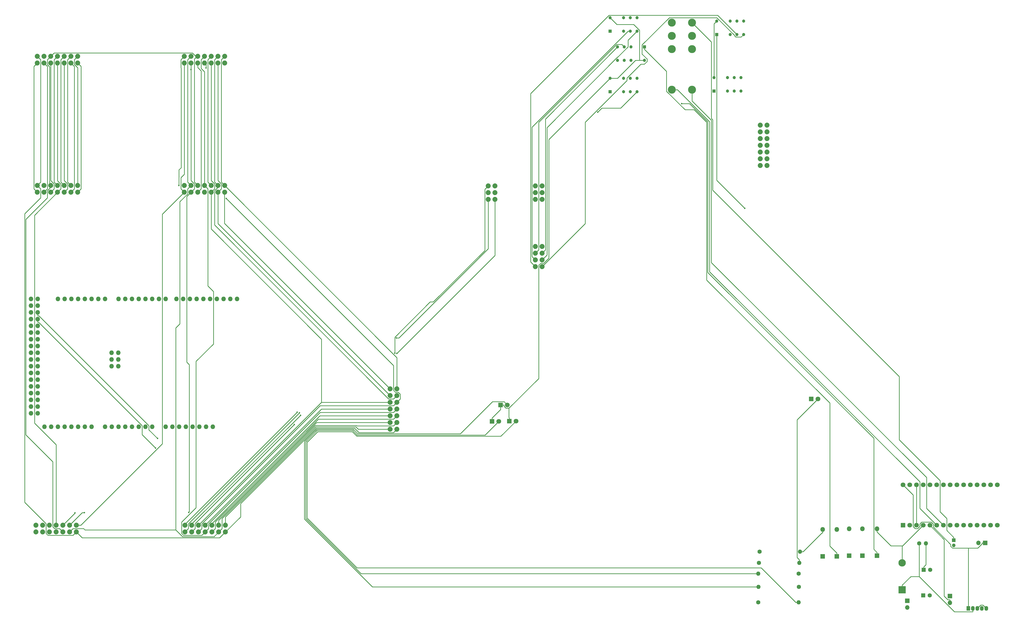
<source format=gbr>
G04 #@! TF.FileFunction,Copper,L2,Bot,Signal*
%FSLAX46Y46*%
G04 Gerber Fmt 4.6, Leading zero omitted, Abs format (unit mm)*
G04 Created by KiCad (PCBNEW 4.0.6) date 02/21/20 12:53:56*
%MOMM*%
%LPD*%
G01*
G04 APERTURE LIST*
%ADD10C,0.100000*%
%ADD11C,1.879600*%
%ADD12R,1.600000X1.600000*%
%ADD13C,1.600000*%
%ADD14R,1.800000X1.800000*%
%ADD15C,1.800000*%
%ADD16O,1.800000X1.800000*%
%ADD17R,2.800000X2.800000*%
%ADD18O,2.800000X2.800000*%
%ADD19R,1.200000X1.200000*%
%ADD20C,1.200000*%
%ADD21O,1.727200X1.727200*%
%ADD22R,1.700000X1.700000*%
%ADD23O,1.700000X1.700000*%
%ADD24R,1.350000X1.350000*%
%ADD25O,1.350000X1.350000*%
%ADD26C,3.000000*%
%ADD27R,1.350000X1.800000*%
%ADD28O,1.350000X1.800000*%
%ADD29O,1.600000X1.600000*%
%ADD30C,0.600000*%
%ADD31C,0.250000*%
G04 APERTURE END LIST*
D10*
D11*
X133400000Y-102400000D03*
X133400000Y-104940000D03*
X135940000Y-102400000D03*
X135940000Y-104940000D03*
X138480000Y-102400000D03*
X138480000Y-104940000D03*
X141020000Y-102400000D03*
X141020000Y-104940000D03*
X143560000Y-102400000D03*
X143560000Y-104940000D03*
X146100000Y-102400000D03*
X146100000Y-104940000D03*
X148640000Y-102400000D03*
X148640000Y-104940000D03*
X188800000Y-102400000D03*
X188800000Y-104940000D03*
X191340000Y-102400000D03*
X191340000Y-104940000D03*
X193880000Y-102400000D03*
X193880000Y-104940000D03*
X196420000Y-102400000D03*
X196420000Y-104940000D03*
X198960000Y-102400000D03*
X198960000Y-104940000D03*
X201500000Y-102400000D03*
X201500000Y-104940000D03*
X204040000Y-102400000D03*
X204040000Y-104940000D03*
X188800000Y-151200000D03*
X188800000Y-153740000D03*
X191340000Y-151200000D03*
X191340000Y-153740000D03*
X193880000Y-151200000D03*
X193880000Y-153740000D03*
X196420000Y-151200000D03*
X196420000Y-153740000D03*
X198960000Y-151200000D03*
X198960000Y-153740000D03*
X201500000Y-151200000D03*
X201500000Y-153740000D03*
X204040000Y-151200000D03*
X204040000Y-153740000D03*
X133400000Y-151200000D03*
X133400000Y-153740000D03*
X135940000Y-151200000D03*
X135940000Y-153740000D03*
X138480000Y-151200000D03*
X138480000Y-153740000D03*
X141020000Y-151200000D03*
X141020000Y-153740000D03*
X143560000Y-151200000D03*
X143560000Y-153740000D03*
X146100000Y-151200000D03*
X146100000Y-153740000D03*
X148640000Y-151200000D03*
X148640000Y-153740000D03*
X148100000Y-282000000D03*
X148100000Y-279460000D03*
X145560000Y-282000000D03*
X145560000Y-279460000D03*
X143020000Y-282000000D03*
X143020000Y-279460000D03*
X140480000Y-282000000D03*
X140480000Y-279460000D03*
X137940000Y-282000000D03*
X137940000Y-279460000D03*
X135400000Y-282000000D03*
X135400000Y-279460000D03*
X132860000Y-282000000D03*
X132860000Y-279460000D03*
X204343000Y-282000000D03*
X204343000Y-279460000D03*
X201803000Y-282000000D03*
X201803000Y-279460000D03*
X199263000Y-282000000D03*
X199263000Y-279460000D03*
X196723000Y-282000000D03*
X196723000Y-279460000D03*
X194183000Y-282000000D03*
X194183000Y-279460000D03*
X191643000Y-282000000D03*
X191643000Y-279460000D03*
X189103000Y-282000000D03*
X189103000Y-279460000D03*
X269000000Y-243200000D03*
X266460000Y-243200000D03*
X269000000Y-240660000D03*
X266460000Y-240660000D03*
X269000000Y-238120000D03*
X266460000Y-238120000D03*
X269000000Y-235580000D03*
X266460000Y-235580000D03*
X269000000Y-233040000D03*
X266460000Y-233040000D03*
X269000000Y-230500000D03*
X266460000Y-230500000D03*
X269000000Y-227960000D03*
X266460000Y-227960000D03*
X408600000Y-143600000D03*
X406060000Y-143600000D03*
X408600000Y-141060000D03*
X406060000Y-141060000D03*
X408600000Y-138520000D03*
X406060000Y-138520000D03*
X408600000Y-135980000D03*
X406060000Y-135980000D03*
X408600000Y-133440000D03*
X406060000Y-133440000D03*
X408600000Y-130900000D03*
X406060000Y-130900000D03*
X408600000Y-128360000D03*
X406060000Y-128360000D03*
X323800000Y-156400000D03*
X321260000Y-156400000D03*
X323800000Y-153860000D03*
X321260000Y-153860000D03*
X323800000Y-151320000D03*
X321260000Y-151320000D03*
X306000000Y-156400000D03*
X303460000Y-156400000D03*
X306000000Y-153860000D03*
X303460000Y-153860000D03*
X306000000Y-151320000D03*
X303460000Y-151320000D03*
X323800000Y-181800000D03*
X321260000Y-181800000D03*
X323800000Y-179260000D03*
X321260000Y-179260000D03*
X323800000Y-176720000D03*
X321260000Y-176720000D03*
X323800000Y-174180000D03*
X321260000Y-174180000D03*
D12*
X467538000Y-305918000D03*
D13*
X470038000Y-305918000D03*
D12*
X467716000Y-296316000D03*
D13*
X470216000Y-296316000D03*
D14*
X311404000Y-240132000D03*
D15*
X313944000Y-240132000D03*
D14*
X429616000Y-291236000D03*
D16*
X429616000Y-281076000D03*
D14*
X434975000Y-291186000D03*
D16*
X434975000Y-281026000D03*
D14*
X450113000Y-290957000D03*
D16*
X450113000Y-280797000D03*
D14*
X444627000Y-290957000D03*
D16*
X444627000Y-280797000D03*
D14*
X425298000Y-231800000D03*
D15*
X427838000Y-231800000D03*
D17*
X459613000Y-303809000D03*
D18*
X459613000Y-293649000D03*
D14*
X439598000Y-290957000D03*
D16*
X439598000Y-280797000D03*
D14*
X308153000Y-234061000D03*
D15*
X310693000Y-234061000D03*
D14*
X304902000Y-240208000D03*
D15*
X307442000Y-240208000D03*
D19*
X388622000Y-115519000D03*
D20*
X388622000Y-110439000D03*
X393702000Y-115519000D03*
X398782000Y-110439000D03*
X396242000Y-115519000D03*
X398782000Y-115519000D03*
X393702000Y-110439000D03*
X396242000Y-110439000D03*
D19*
X349455000Y-115748000D03*
D20*
X349455000Y-110668000D03*
X354535000Y-115748000D03*
X359615000Y-110668000D03*
X357075000Y-115748000D03*
X359615000Y-115748000D03*
X354535000Y-110668000D03*
X357075000Y-110668000D03*
D19*
X362431000Y-98882000D03*
D20*
X362431000Y-103962000D03*
X357351000Y-98882000D03*
X352271000Y-103962000D03*
X354811000Y-98882000D03*
X352271000Y-98882000D03*
X357351000Y-103962000D03*
X354811000Y-103962000D03*
D19*
X349404000Y-92964000D03*
D20*
X349404000Y-87884000D03*
X354484000Y-92964000D03*
X359564000Y-87884000D03*
X357024000Y-92964000D03*
X359564000Y-92964000D03*
X354484000Y-87884000D03*
X357024000Y-87884000D03*
D19*
X389638000Y-94183200D03*
D20*
X389638000Y-89103200D03*
X394718000Y-94183200D03*
X399798000Y-89103200D03*
X397258000Y-94183200D03*
X399798000Y-94183200D03*
X394718000Y-89103200D03*
X397258000Y-89103200D03*
D21*
X163932000Y-219456000D03*
X161392000Y-219456000D03*
X161392000Y-216916000D03*
X163932000Y-216916000D03*
X161392000Y-214376000D03*
X176759000Y-242316000D03*
X181839000Y-242316000D03*
X184379000Y-242316000D03*
X186919000Y-242316000D03*
X189459000Y-242316000D03*
X191999000Y-242316000D03*
X194539000Y-242316000D03*
X197079000Y-242316000D03*
X141199000Y-194056000D03*
X143739000Y-194056000D03*
X146279000Y-194056000D03*
X148819000Y-194056000D03*
X151359000Y-194056000D03*
X153899000Y-194056000D03*
X156439000Y-194056000D03*
X158979000Y-194056000D03*
X164059000Y-194056000D03*
X166599000Y-194056000D03*
X169139000Y-194056000D03*
X171679000Y-194056000D03*
X174219000Y-194056000D03*
X176759000Y-194056000D03*
X179299000Y-194056000D03*
X181839000Y-194056000D03*
X201143000Y-194056000D03*
X185903000Y-194056000D03*
X188443000Y-194056000D03*
X190983000Y-194056000D03*
X208763000Y-194056000D03*
X206223000Y-194056000D03*
X203683000Y-194056000D03*
X198603000Y-194056000D03*
X196063000Y-194056000D03*
X193523000Y-194056000D03*
X199619000Y-242316000D03*
X174219000Y-242316000D03*
X171679000Y-242316000D03*
X169139000Y-242316000D03*
X166599000Y-242316000D03*
X164059000Y-242316000D03*
X161519000Y-242316000D03*
X158979000Y-242316000D03*
X153899000Y-242316000D03*
X151359000Y-242316000D03*
X148819000Y-242316000D03*
X146279000Y-242316000D03*
X143739000Y-242316000D03*
X141199000Y-242316000D03*
X138659000Y-242316000D03*
X136119000Y-242316000D03*
X133579000Y-194056000D03*
X131039000Y-194056000D03*
X133579000Y-196596000D03*
X131039000Y-196596000D03*
X133579000Y-199136000D03*
X131039000Y-199136000D03*
X133579000Y-201676000D03*
X131039000Y-201676000D03*
X133579000Y-204216000D03*
X131039000Y-204216000D03*
X133579000Y-206756000D03*
X131039000Y-206756000D03*
X133579000Y-209296000D03*
X131039000Y-209296000D03*
X133579000Y-211836000D03*
X131039000Y-211836000D03*
X133579000Y-214376000D03*
X131039000Y-214376000D03*
X133579000Y-216916000D03*
X131039000Y-216916000D03*
X133579000Y-219456000D03*
X131039000Y-219456000D03*
X133579000Y-221996000D03*
X131039000Y-221996000D03*
X133579000Y-224536000D03*
X131039000Y-224536000D03*
X133579000Y-227076000D03*
X131039000Y-227076000D03*
X133579000Y-229616000D03*
X131039000Y-229616000D03*
X133579000Y-232156000D03*
X131039000Y-232156000D03*
X133579000Y-234696000D03*
X131039000Y-234696000D03*
X133579000Y-237236000D03*
X131039000Y-237236000D03*
X163932000Y-214376000D03*
D22*
X477596000Y-306172000D03*
D23*
X477596000Y-308712000D03*
D14*
X459892000Y-279476000D03*
D15*
X462432000Y-279476000D03*
X464972000Y-279476000D03*
X467512000Y-279476000D03*
X470052000Y-279476000D03*
X472592000Y-279476000D03*
X475132000Y-279476000D03*
X477672000Y-279476000D03*
X480212000Y-279476000D03*
X482752000Y-279476000D03*
X485292000Y-279476000D03*
X487832000Y-279476000D03*
X490372000Y-279476000D03*
X492912000Y-279476000D03*
X495452000Y-279476000D03*
X495452000Y-264236000D03*
X492912000Y-264236000D03*
X490372000Y-264236000D03*
X487832000Y-264236000D03*
X485292000Y-264236000D03*
X482752000Y-264236000D03*
X480212000Y-264236000D03*
X477672000Y-264236000D03*
X475132000Y-264236000D03*
X472592000Y-264236000D03*
X470052000Y-264236000D03*
X467512000Y-264236000D03*
X464972000Y-264236000D03*
X462432000Y-264236000D03*
X459892000Y-264236000D03*
D24*
X479069000Y-285090000D03*
D25*
X479069000Y-287090000D03*
D26*
X372720000Y-115011000D03*
X380340000Y-115011000D03*
X372720000Y-94691000D03*
X380340000Y-89691000D03*
X380340000Y-99691000D03*
X372720000Y-99691000D03*
X380340000Y-94691000D03*
X372720000Y-89691000D03*
D27*
X484556000Y-310896000D03*
D28*
X486256000Y-310896000D03*
X487956000Y-310896000D03*
X489656000Y-310896000D03*
X491356000Y-310896000D03*
D22*
X490880000Y-286131000D03*
D23*
X488340000Y-286131000D03*
D13*
X465988000Y-286334000D03*
D29*
X468528000Y-286334000D03*
D22*
X461518000Y-307950000D03*
D23*
X461518000Y-310490000D03*
D13*
X405308000Y-308559000D03*
D29*
X420548000Y-308559000D03*
D13*
X405587000Y-293649000D03*
D29*
X420827000Y-293649000D03*
D13*
X405867000Y-289458000D03*
D29*
X421107000Y-289458000D03*
D13*
X420675000Y-302692000D03*
D29*
X405435000Y-302692000D03*
D13*
X420548000Y-297739000D03*
D29*
X405308000Y-297739000D03*
D30*
X376444300Y-120268200D03*
X400280000Y-159846200D03*
X186809300Y-151188900D03*
X191340000Y-107365800D03*
X190547400Y-274658600D03*
X151193400Y-274678100D03*
X147575800Y-274760000D03*
X197055000Y-106845000D03*
X204636600Y-156068600D03*
X230353500Y-241414000D03*
X232660900Y-237919000D03*
X232279000Y-237034800D03*
X231451300Y-236779300D03*
X269045300Y-214555100D03*
X268857100Y-208783100D03*
X268226000Y-214476200D03*
X344748300Y-123488400D03*
X178742500Y-246678200D03*
X178028200Y-250345000D03*
D31*
X490880000Y-286131000D02*
X489704700Y-286131000D01*
X463702000Y-268046000D02*
X459892000Y-264236000D01*
X463702000Y-279953800D02*
X463702000Y-268046000D01*
X464467200Y-280719000D02*
X463702000Y-279953800D01*
X465462000Y-280719000D02*
X464467200Y-280719000D01*
X466286600Y-279894400D02*
X465462000Y-280719000D01*
X466286600Y-278949300D02*
X466286600Y-279894400D01*
X466988000Y-278247900D02*
X466286600Y-278949300D01*
X470568300Y-278247900D02*
X466988000Y-278247900D01*
X471322000Y-279001600D02*
X470568300Y-278247900D01*
X471322000Y-280109100D02*
X471322000Y-279001600D01*
X477906000Y-286693100D02*
X471322000Y-280109100D01*
X477906000Y-287391900D02*
X477906000Y-286693100D01*
X478604600Y-288090500D02*
X477906000Y-287391900D01*
X484556000Y-288090500D02*
X478604600Y-288090500D01*
X484556000Y-310896000D02*
X484556000Y-288090500D01*
X489704700Y-286498300D02*
X489704700Y-286131000D01*
X488112500Y-288090500D02*
X489704700Y-286498300D01*
X484556000Y-288090500D02*
X488112500Y-288090500D01*
X351944000Y-90424000D02*
X349404000Y-87884000D01*
X358359000Y-90424000D02*
X351944000Y-90424000D01*
X360497300Y-92562300D02*
X358359000Y-90424000D01*
X360497300Y-103962000D02*
X360497300Y-92562300D01*
X362431000Y-103962000D02*
X360497300Y-103962000D01*
X490071700Y-309611700D02*
X491356000Y-310896000D01*
X489240300Y-309611700D02*
X490071700Y-309611700D01*
X487956000Y-310896000D02*
X489240300Y-309611700D01*
X311404000Y-240132000D02*
X311404000Y-238906700D01*
X308153000Y-234061000D02*
X309378300Y-234061000D01*
X309378300Y-234520600D02*
X309378300Y-234061000D01*
X310144000Y-235286300D02*
X309378300Y-234520600D01*
X311297100Y-235286300D02*
X310144000Y-235286300D01*
X311297100Y-238799800D02*
X311404000Y-238906700D01*
X311297100Y-235286300D02*
X311297100Y-238799800D01*
X308153000Y-235731700D02*
X308153000Y-234061000D01*
X304902000Y-238982700D02*
X308153000Y-235731700D01*
X304902000Y-240208000D02*
X304902000Y-238982700D01*
X352275600Y-110668000D02*
X349455000Y-110668000D01*
X358981600Y-103962000D02*
X352275600Y-110668000D01*
X360497300Y-103962000D02*
X358981600Y-103962000D01*
X322530100Y-224053300D02*
X311297100Y-235286300D01*
X322530100Y-181238800D02*
X322530100Y-224053300D01*
X323243800Y-180525100D02*
X322530100Y-181238800D01*
X324364900Y-180525100D02*
X323243800Y-180525100D01*
X326293600Y-178596400D02*
X324364900Y-180525100D01*
X326293600Y-133829400D02*
X326293600Y-178596400D01*
X349455000Y-110668000D02*
X326293600Y-133829400D01*
X429389000Y-282301300D02*
X429616000Y-282301300D01*
X422232300Y-289458000D02*
X429389000Y-282301300D01*
X421107000Y-289458000D02*
X422232300Y-289458000D01*
X429616000Y-281076000D02*
X429616000Y-282301300D01*
X450113000Y-280797000D02*
X450113000Y-282022300D01*
X459613000Y-287250800D02*
X459613000Y-293649000D01*
X455341500Y-287250800D02*
X459613000Y-287250800D01*
X450113000Y-282022300D02*
X455341500Y-287250800D01*
X459737200Y-287250800D02*
X467512000Y-279476000D01*
X459613000Y-287250800D02*
X459737200Y-287250800D01*
X388622000Y-90119200D02*
X389638000Y-89103200D01*
X388622000Y-110439000D02*
X388622000Y-90119200D01*
X467716000Y-296316000D02*
X467716000Y-295190700D01*
X468528000Y-294378700D02*
X468528000Y-286334000D01*
X467716000Y-295190700D02*
X468528000Y-294378700D01*
X420548000Y-308559000D02*
X419422700Y-308559000D01*
X308235400Y-245840600D02*
X313944000Y-240132000D01*
X253962700Y-245840600D02*
X308235400Y-245840600D01*
X252236000Y-244113900D02*
X253962700Y-245840600D01*
X239084500Y-244113900D02*
X252236000Y-244113900D01*
X235111900Y-248086500D02*
X239084500Y-244113900D01*
X235111900Y-276712100D02*
X235111900Y-248086500D01*
X253954300Y-295554500D02*
X235111900Y-276712100D01*
X406418200Y-295554500D02*
X253954300Y-295554500D01*
X419422700Y-308559000D02*
X406418200Y-295554500D01*
X432320500Y-287306200D02*
X434975000Y-289960700D01*
X432320500Y-233343300D02*
X432320500Y-287306200D01*
X385853400Y-186876200D02*
X432320500Y-233343300D01*
X385853400Y-127339200D02*
X385853400Y-186876200D01*
X381087200Y-122573000D02*
X385853400Y-127339200D01*
X377681900Y-122573000D02*
X381087200Y-122573000D01*
X370707400Y-115598500D02*
X377681900Y-122573000D01*
X370707400Y-108083700D02*
X370707400Y-115598500D01*
X362431000Y-99807300D02*
X370707400Y-108083700D01*
X362431000Y-98882000D02*
X362431000Y-99807300D01*
X434975000Y-291186000D02*
X434975000Y-289960700D01*
X450113000Y-290957000D02*
X450113000Y-289731700D01*
X379426300Y-120268200D02*
X376444300Y-120268200D01*
X386303700Y-127145600D02*
X379426300Y-120268200D01*
X386303700Y-184018200D02*
X386303700Y-127145600D01*
X448887700Y-246602200D02*
X386303700Y-184018200D01*
X448887700Y-288506400D02*
X448887700Y-246602200D01*
X450113000Y-289731700D02*
X448887700Y-288506400D01*
X419979600Y-239658400D02*
X427838000Y-231800000D01*
X419979600Y-291676300D02*
X419979600Y-239658400D01*
X420827000Y-292523700D02*
X419979600Y-291676300D01*
X420827000Y-293649000D02*
X420827000Y-292523700D01*
X459613000Y-303809000D02*
X459613000Y-302083700D01*
X462889100Y-298807600D02*
X459613000Y-302083700D01*
X465988000Y-298807600D02*
X462889100Y-298807600D01*
X479301700Y-312121300D02*
X465988000Y-298807600D01*
X486256000Y-312121300D02*
X479301700Y-312121300D01*
X465988000Y-298807600D02*
X465988000Y-286334000D01*
X486256000Y-310896000D02*
X486256000Y-312121300D01*
X389638000Y-149204200D02*
X400280000Y-159846200D01*
X389638000Y-94183200D02*
X389638000Y-149204200D01*
X309462300Y-232830300D02*
X310693000Y-234061000D01*
X305058200Y-232830300D02*
X309462300Y-232830300D01*
X292950800Y-244937700D02*
X305058200Y-232830300D01*
X254333600Y-244937700D02*
X292950800Y-244937700D01*
X252609100Y-243213200D02*
X254333600Y-244937700D01*
X238711400Y-243213200D02*
X252609100Y-243213200D01*
X234160200Y-247764400D02*
X238711400Y-243213200D01*
X234160200Y-277086900D02*
X234160200Y-247764400D01*
X259765300Y-302692000D02*
X234160200Y-277086900D01*
X405435000Y-302692000D02*
X259765300Y-302692000D01*
X405308000Y-297739000D02*
X404182700Y-297739000D01*
X302262000Y-245388000D02*
X307442000Y-240208000D01*
X254147000Y-245388000D02*
X302262000Y-245388000D01*
X252422500Y-243663500D02*
X254147000Y-245388000D01*
X238898000Y-243663500D02*
X252422500Y-243663500D01*
X234637500Y-247924000D02*
X238898000Y-243663500D01*
X234637500Y-276874600D02*
X234637500Y-247924000D01*
X255501900Y-297739000D02*
X234637500Y-276874600D01*
X404182700Y-297739000D02*
X255501900Y-297739000D01*
X187525200Y-103674800D02*
X188800000Y-102400000D01*
X187525200Y-106734800D02*
X187525200Y-103674800D01*
X187609700Y-106819300D02*
X187525200Y-106734800D01*
X187609700Y-144468600D02*
X187609700Y-106819300D01*
X186809300Y-145269000D02*
X187609700Y-144468600D01*
X186809300Y-151188900D02*
X186809300Y-145269000D01*
X202145500Y-284197500D02*
X204343000Y-282000000D01*
X150297500Y-284197500D02*
X202145500Y-284197500D01*
X148100000Y-282000000D02*
X150297500Y-284197500D01*
X146815000Y-283285000D02*
X148100000Y-282000000D01*
X137399600Y-283285000D02*
X146815000Y-283285000D01*
X136670000Y-282555400D02*
X137399600Y-283285000D01*
X136670000Y-278870600D02*
X136670000Y-282555400D01*
X128639800Y-270840400D02*
X136670000Y-278870600D01*
X128639800Y-161847600D02*
X128639800Y-270840400D01*
X134665200Y-155822200D02*
X128639800Y-161847600D01*
X134665200Y-152465200D02*
X134665200Y-155822200D01*
X133400000Y-151200000D02*
X134665200Y-152465200D01*
X134670000Y-149930000D02*
X133400000Y-151200000D01*
X134670000Y-103670000D02*
X134670000Y-149930000D01*
X133400000Y-102400000D02*
X134670000Y-103670000D01*
X267712700Y-244487300D02*
X269000000Y-243200000D01*
X254738200Y-244487300D02*
X267712700Y-244487300D01*
X253011800Y-242760900D02*
X254738200Y-244487300D01*
X238521800Y-242760900D02*
X253011800Y-242760900D01*
X210042100Y-271240600D02*
X238521800Y-242760900D01*
X210042100Y-276300900D02*
X210042100Y-271240600D01*
X204343000Y-282000000D02*
X210042100Y-276300900D01*
X132125200Y-152465200D02*
X133400000Y-153740000D01*
X132125200Y-106214800D02*
X132125200Y-152465200D01*
X133400000Y-104940000D02*
X132125200Y-106214800D01*
X188800000Y-146979700D02*
X188800000Y-104940000D01*
X187527800Y-148251900D02*
X188800000Y-146979700D01*
X187527800Y-152467800D02*
X187527800Y-148251900D01*
X188800000Y-153740000D02*
X187527800Y-152467800D01*
X180569000Y-161971000D02*
X188800000Y-153740000D01*
X180569000Y-248688600D02*
X180569000Y-161971000D01*
X149797600Y-279460000D02*
X180569000Y-248688600D01*
X148100000Y-279460000D02*
X149797600Y-279460000D01*
X254409800Y-243200000D02*
X266460000Y-243200000D01*
X253518500Y-242308700D02*
X254409800Y-243200000D01*
X238337100Y-242308700D02*
X253518500Y-242308700D01*
X204343000Y-276302800D02*
X238337100Y-242308700D01*
X204343000Y-279460000D02*
X204343000Y-276302800D01*
X146830000Y-280730000D02*
X145560000Y-282000000D01*
X150882300Y-280730000D02*
X146830000Y-280730000D01*
X151351400Y-281199100D02*
X150882300Y-280730000D01*
X185649000Y-281199100D02*
X151351400Y-281199100D01*
X188181900Y-283732000D02*
X185649000Y-281199100D01*
X200071000Y-283732000D02*
X188181900Y-283732000D01*
X201803000Y-282000000D02*
X200071000Y-283732000D01*
X190070000Y-152470000D02*
X191340000Y-151200000D01*
X190070000Y-154373100D02*
X190070000Y-152470000D01*
X187173000Y-157270100D02*
X190070000Y-154373100D01*
X187173000Y-203446500D02*
X187173000Y-157270100D01*
X185649000Y-204970500D02*
X187173000Y-203446500D01*
X185649000Y-281199100D02*
X185649000Y-204970500D01*
X190070000Y-103670000D02*
X191340000Y-102400000D01*
X190070000Y-149930000D02*
X190070000Y-103670000D01*
X191340000Y-151200000D02*
X190070000Y-149930000D01*
X267730300Y-241929700D02*
X269000000Y-240660000D01*
X253866200Y-241929700D02*
X267730300Y-241929700D01*
X253739200Y-241802700D02*
X253866200Y-241929700D01*
X238206200Y-241802700D02*
X253739200Y-241802700D01*
X203077800Y-276931100D02*
X238206200Y-241802700D01*
X203077800Y-280725200D02*
X203077800Y-276931100D01*
X201803000Y-282000000D02*
X203077800Y-280725200D01*
X191340000Y-104940000D02*
X191340000Y-107365800D01*
X192610000Y-152470000D02*
X191340000Y-153740000D01*
X192610000Y-150566900D02*
X192610000Y-152470000D01*
X191340000Y-149296900D02*
X192610000Y-150566900D01*
X191340000Y-107365800D02*
X191340000Y-149296900D01*
X137214800Y-152465200D02*
X135940000Y-153740000D01*
X137214800Y-106214800D02*
X137214800Y-152465200D01*
X135940000Y-104940000D02*
X137214800Y-106214800D01*
X190728600Y-274477400D02*
X190547400Y-274658600D01*
X190728600Y-218858500D02*
X190728600Y-274477400D01*
X189790900Y-217920800D02*
X190728600Y-218858500D01*
X189790900Y-155289100D02*
X189790900Y-217920800D01*
X191340000Y-153740000D02*
X189790900Y-155289100D01*
X150341900Y-274678100D02*
X151193400Y-274678100D01*
X145560000Y-279460000D02*
X150341900Y-274678100D01*
X201803000Y-277569000D02*
X201803000Y-279460000D01*
X238712000Y-240660000D02*
X201803000Y-277569000D01*
X266460000Y-240660000D02*
X238712000Y-240660000D01*
X137210000Y-103670000D02*
X138480000Y-102400000D01*
X137210000Y-105573100D02*
X137210000Y-103670000D01*
X138029600Y-106392700D02*
X137210000Y-105573100D01*
X138029600Y-150749600D02*
X138029600Y-106392700D01*
X138480000Y-151200000D02*
X138029600Y-150749600D01*
X191865800Y-101130900D02*
X193373800Y-102638900D01*
X139749100Y-101130900D02*
X191865800Y-101130900D01*
X138480000Y-102400000D02*
X139749100Y-101130900D01*
X192610000Y-103402700D02*
X193373800Y-102638900D01*
X192610000Y-149930000D02*
X192610000Y-103402700D01*
X193880000Y-151200000D02*
X192610000Y-149930000D01*
X193612700Y-102400000D02*
X193880000Y-102400000D01*
X193373800Y-102638900D02*
X193612700Y-102400000D01*
X200533000Y-280730000D02*
X199263000Y-282000000D01*
X200533000Y-278202100D02*
X200533000Y-280730000D01*
X239345100Y-239390000D02*
X200533000Y-278202100D01*
X267730000Y-239390000D02*
X239345100Y-239390000D01*
X269000000Y-238120000D02*
X267730000Y-239390000D01*
X138480000Y-151893800D02*
X138480000Y-151200000D01*
X137210000Y-153163800D02*
X138480000Y-151893800D01*
X137210000Y-155811500D02*
X137210000Y-153163800D01*
X129090200Y-163931300D02*
X137210000Y-155811500D01*
X129090200Y-245356700D02*
X129090200Y-163931300D01*
X139210000Y-255476500D02*
X129090200Y-245356700D01*
X139210000Y-280008500D02*
X139210000Y-255476500D01*
X139926700Y-280725200D02*
X139210000Y-280008500D01*
X141745200Y-280725200D02*
X139926700Y-280725200D01*
X143020000Y-282000000D02*
X141745200Y-280725200D01*
X147575800Y-274904200D02*
X147575800Y-274760000D01*
X143020000Y-279460000D02*
X147575800Y-274904200D01*
X138480000Y-149353800D02*
X138480000Y-104940000D01*
X139750000Y-150623800D02*
X138480000Y-149353800D01*
X139750000Y-152470000D02*
X139750000Y-150623800D01*
X138480000Y-153740000D02*
X139750000Y-152470000D01*
X195150000Y-152470000D02*
X193880000Y-153740000D01*
X195150000Y-107882200D02*
X195150000Y-152470000D01*
X193880000Y-106612200D02*
X195150000Y-107882200D01*
X193880000Y-104940000D02*
X193880000Y-106612200D01*
X199263000Y-278835200D02*
X199263000Y-279460000D01*
X239978200Y-238120000D02*
X199263000Y-278835200D01*
X266460000Y-238120000D02*
X239978200Y-238120000D01*
X196420000Y-108290000D02*
X196420000Y-151200000D01*
X195150000Y-107020000D02*
X196420000Y-108290000D01*
X195150000Y-103670000D02*
X195150000Y-107020000D01*
X196420000Y-102400000D02*
X195150000Y-103670000D01*
X139750000Y-103670000D02*
X141020000Y-102400000D01*
X139750000Y-149930000D02*
X139750000Y-103670000D01*
X141020000Y-151200000D02*
X139750000Y-149930000D01*
X195443600Y-283279400D02*
X196723000Y-282000000D01*
X188552300Y-283279400D02*
X195443600Y-283279400D01*
X187815400Y-282542500D02*
X188552300Y-283279400D01*
X187815400Y-278275000D02*
X187815400Y-282542500D01*
X193269000Y-272821400D02*
X187815400Y-278275000D01*
X193269000Y-217546800D02*
X193269000Y-272821400D01*
X199801900Y-211013900D02*
X193269000Y-217546800D01*
X199801900Y-191196400D02*
X199801900Y-211013900D01*
X197690000Y-189084500D02*
X199801900Y-191196400D01*
X197690000Y-152470000D02*
X197690000Y-189084500D01*
X196420000Y-151200000D02*
X197690000Y-152470000D01*
X267734800Y-236845200D02*
X269000000Y-235580000D01*
X240086000Y-236845200D02*
X267734800Y-236845200D01*
X197993000Y-278938200D02*
X240086000Y-236845200D01*
X197993000Y-280730000D02*
X197993000Y-278938200D01*
X196723000Y-282000000D02*
X197993000Y-280730000D01*
X141020000Y-149410700D02*
X141020000Y-104940000D01*
X142285200Y-150675900D02*
X141020000Y-149410700D01*
X142285200Y-152474800D02*
X142285200Y-150675900D01*
X141020000Y-153740000D02*
X142285200Y-152474800D01*
X197055000Y-105575000D02*
X196420000Y-104940000D01*
X197055000Y-106845000D02*
X197055000Y-105575000D01*
X132359900Y-162400100D02*
X141020000Y-153740000D01*
X132359900Y-240913900D02*
X132359900Y-162400100D01*
X140480000Y-249034000D02*
X132359900Y-240913900D01*
X140480000Y-279460000D02*
X140480000Y-249034000D01*
X240603000Y-235580000D02*
X196723000Y-279460000D01*
X266460000Y-235580000D02*
X240603000Y-235580000D01*
X197690000Y-103670000D02*
X198960000Y-102400000D01*
X197690000Y-149930000D02*
X197690000Y-103670000D01*
X198960000Y-151200000D02*
X197690000Y-149930000D01*
X142290000Y-103670000D02*
X143560000Y-102400000D01*
X142290000Y-149930000D02*
X142290000Y-103670000D01*
X143560000Y-151200000D02*
X142290000Y-149930000D01*
X267730000Y-219162000D02*
X204636600Y-156068600D01*
X267730000Y-228508500D02*
X267730000Y-219162000D01*
X268446700Y-229225200D02*
X267730000Y-228508500D01*
X269531100Y-229225200D02*
X268446700Y-229225200D01*
X270286000Y-229980100D02*
X269531100Y-229225200D01*
X270286000Y-231754000D02*
X270286000Y-229980100D01*
X269000000Y-233040000D02*
X270286000Y-231754000D01*
X267730000Y-234310000D02*
X269000000Y-233040000D01*
X240079200Y-234310000D02*
X267730000Y-234310000D01*
X195453000Y-278936200D02*
X240079200Y-234310000D01*
X195453000Y-280730000D02*
X195453000Y-278936200D01*
X194183000Y-282000000D02*
X195453000Y-280730000D01*
X143560000Y-149353800D02*
X143560000Y-104940000D01*
X144830000Y-150623800D02*
X143560000Y-149353800D01*
X144830000Y-152470000D02*
X144830000Y-150623800D01*
X143560000Y-153740000D02*
X144830000Y-152470000D01*
X198960000Y-149353800D02*
X198960000Y-104940000D01*
X200230000Y-150623800D02*
X198960000Y-149353800D01*
X200230000Y-152470000D02*
X200230000Y-150623800D01*
X198960000Y-153740000D02*
X200230000Y-152470000D01*
X198960000Y-167635800D02*
X198960000Y-153740000D01*
X240603000Y-209278800D02*
X198960000Y-167635800D01*
X240603000Y-233040000D02*
X240603000Y-209278800D01*
X266460000Y-233040000D02*
X240603000Y-233040000D01*
X240603000Y-233040000D02*
X194183000Y-279460000D01*
X144830000Y-103670000D02*
X146100000Y-102400000D01*
X144830000Y-149930000D02*
X144830000Y-103670000D01*
X146100000Y-151200000D02*
X144830000Y-149930000D01*
X200230000Y-103670000D02*
X201500000Y-102400000D01*
X200230000Y-149930000D02*
X200230000Y-103670000D01*
X201500000Y-151200000D02*
X200230000Y-149930000D01*
X192913000Y-280730000D02*
X191643000Y-282000000D01*
X192913000Y-278854500D02*
X192913000Y-280730000D01*
X230353500Y-241414000D02*
X192913000Y-278854500D01*
X201500000Y-151893800D02*
X201500000Y-151200000D01*
X200230000Y-153163800D02*
X201500000Y-151893800D01*
X200230000Y-166100500D02*
X200230000Y-153163800D01*
X265899500Y-231770000D02*
X200230000Y-166100500D01*
X267730000Y-231770000D02*
X265899500Y-231770000D01*
X269000000Y-230500000D02*
X267730000Y-231770000D01*
X147370000Y-152470000D02*
X146100000Y-153740000D01*
X147370000Y-106210000D02*
X147370000Y-152470000D01*
X146100000Y-104940000D02*
X147370000Y-106210000D01*
X201500000Y-149353800D02*
X201500000Y-104940000D01*
X202770000Y-150623800D02*
X201500000Y-149353800D01*
X202770000Y-152470000D02*
X202770000Y-150623800D01*
X201500000Y-153740000D02*
X202770000Y-152470000D01*
X201500000Y-165540000D02*
X201500000Y-153740000D01*
X266460000Y-230500000D02*
X201500000Y-165540000D01*
X191643000Y-278936900D02*
X191643000Y-279460000D01*
X232660900Y-237919000D02*
X191643000Y-278936900D01*
X148640000Y-106729200D02*
X148640000Y-151200000D01*
X147370000Y-105459200D02*
X148640000Y-106729200D01*
X147370000Y-103670000D02*
X147370000Y-105459200D01*
X148640000Y-102400000D02*
X147370000Y-103670000D01*
X202770000Y-103670000D02*
X204040000Y-102400000D01*
X202770000Y-149930000D02*
X202770000Y-103670000D01*
X204040000Y-151200000D02*
X202770000Y-149930000D01*
X269000000Y-216160000D02*
X204040000Y-151200000D01*
X269000000Y-227960000D02*
X269000000Y-216160000D01*
X190373000Y-280730000D02*
X189103000Y-282000000D01*
X190373000Y-278940800D02*
X190373000Y-280730000D01*
X232279000Y-237034800D02*
X190373000Y-278940800D01*
X149914800Y-152465200D02*
X148640000Y-153740000D01*
X149914800Y-106214800D02*
X149914800Y-152465200D01*
X148640000Y-104940000D02*
X149914800Y-106214800D01*
X204011300Y-153768700D02*
X204040000Y-153740000D01*
X204011300Y-165511300D02*
X204011300Y-153768700D01*
X266460000Y-227960000D02*
X204011300Y-165511300D01*
X189103000Y-279127600D02*
X231451300Y-236779300D01*
X189103000Y-279460000D02*
X189103000Y-279127600D01*
X479069000Y-285090000D02*
X479069000Y-284089700D01*
X387654700Y-97005700D02*
X380340000Y-89691000D01*
X387654700Y-125895100D02*
X387654700Y-97005700D01*
X388104900Y-126345300D02*
X387654700Y-125895100D01*
X388104900Y-152966400D02*
X388104900Y-126345300D01*
X458470800Y-223332300D02*
X388104900Y-152966400D01*
X458470800Y-247205100D02*
X458470800Y-223332300D01*
X473862000Y-262596300D02*
X458470800Y-247205100D01*
X473862000Y-274346600D02*
X473862000Y-262596300D01*
X476402000Y-276886600D02*
X473862000Y-274346600D01*
X476402000Y-281422700D02*
X476402000Y-276886600D01*
X479069000Y-284089700D02*
X476402000Y-281422700D01*
X306000000Y-177600400D02*
X269045300Y-214555100D01*
X306000000Y-156400000D02*
X306000000Y-177600400D01*
X269750800Y-208783100D02*
X268857100Y-208783100D01*
X303460000Y-175073900D02*
X269750800Y-208783100D01*
X303460000Y-156400000D02*
X303460000Y-175073900D01*
X268226000Y-208469700D02*
X268226000Y-214476200D01*
X281543500Y-195152200D02*
X268226000Y-208469700D01*
X282736000Y-195152200D02*
X281543500Y-195152200D01*
X302185200Y-175703000D02*
X282736000Y-195152200D01*
X302185200Y-152594800D02*
X302185200Y-175703000D01*
X303460000Y-151320000D02*
X302185200Y-152594800D01*
X340041600Y-165558400D02*
X323800000Y-181800000D01*
X340041600Y-127297600D02*
X340041600Y-165558400D01*
X355805100Y-111534100D02*
X340041600Y-127297600D01*
X355805100Y-110625300D02*
X355805100Y-111534100D01*
X361048100Y-105382300D02*
X355805100Y-110625300D01*
X362345600Y-105382300D02*
X361048100Y-105382300D01*
X363384700Y-104343200D02*
X362345600Y-105382300D01*
X363384700Y-103398600D02*
X363384700Y-104343200D01*
X361505600Y-101519500D02*
X363384700Y-103398600D01*
X361505600Y-98077700D02*
X361505600Y-101519500D01*
X371756100Y-87827200D02*
X361505600Y-98077700D01*
X389678700Y-87827200D02*
X371756100Y-87827200D01*
X396332600Y-94481100D02*
X389678700Y-87827200D01*
X396332600Y-94578300D02*
X396332600Y-94481100D01*
X396892100Y-95137800D02*
X396332600Y-94578300D01*
X398843400Y-95137800D02*
X396892100Y-95137800D01*
X399798000Y-94183200D02*
X398843400Y-95137800D01*
X319499800Y-180039800D02*
X321260000Y-181800000D01*
X319499800Y-116461100D02*
X319499800Y-180039800D01*
X349040000Y-86920900D02*
X319499800Y-116461100D01*
X389995700Y-86920900D02*
X349040000Y-86920900D01*
X397258000Y-94183200D02*
X389995700Y-86920900D01*
X356201600Y-96326400D02*
X359564000Y-92964000D01*
X356201600Y-98833500D02*
X356201600Y-96326400D01*
X352087700Y-102947400D02*
X356201600Y-98833500D01*
X351966800Y-102947400D02*
X352087700Y-102947400D01*
X325619400Y-129294800D02*
X351966800Y-102947400D01*
X325619400Y-177440600D02*
X325619400Y-129294800D01*
X323800000Y-179260000D02*
X325619400Y-177440600D01*
X319985200Y-177985200D02*
X321260000Y-179260000D01*
X319985200Y-129185400D02*
X319985200Y-177985200D01*
X356206600Y-92964000D02*
X319985200Y-129185400D01*
X357024000Y-92964000D02*
X356206600Y-92964000D01*
X325074800Y-126078200D02*
X352271000Y-98882000D01*
X325074800Y-175445200D02*
X325074800Y-126078200D01*
X323800000Y-176720000D02*
X325074800Y-175445200D01*
X322530000Y-175450000D02*
X321260000Y-176720000D01*
X322530000Y-127277500D02*
X322530000Y-175450000D01*
X351859600Y-97947900D02*
X322530000Y-127277500D01*
X353876900Y-97947900D02*
X351859600Y-97947900D01*
X354811000Y-98882000D02*
X353876900Y-97947900D01*
X346305200Y-121931500D02*
X344748300Y-123488400D01*
X353431500Y-121931500D02*
X346305200Y-121931500D01*
X359615000Y-115748000D02*
X353431500Y-121931500D01*
X374837500Y-115011000D02*
X372720000Y-115011000D01*
X386979200Y-127152700D02*
X374837500Y-115011000D01*
X386979200Y-183747900D02*
X386979200Y-127152700D01*
X466242000Y-263010700D02*
X386979200Y-183747900D01*
X466242000Y-273126000D02*
X466242000Y-263010700D01*
X472592000Y-279476000D02*
X466242000Y-273126000D01*
X380340000Y-119217300D02*
X380340000Y-115011000D01*
X387654600Y-126531900D02*
X380340000Y-119217300D01*
X387654600Y-180314300D02*
X387654600Y-126531900D01*
X468782000Y-261441700D02*
X387654600Y-180314300D01*
X468782000Y-273126000D02*
X468782000Y-261441700D01*
X475132000Y-279476000D02*
X468782000Y-273126000D01*
X133950500Y-200324900D02*
X133579000Y-200324900D01*
X175489000Y-241863400D02*
X133950500Y-200324900D01*
X175489000Y-243424700D02*
X175489000Y-241863400D01*
X178742500Y-246678200D02*
X175489000Y-243424700D01*
X133579000Y-199136000D02*
X133579000Y-200324900D01*
X133950500Y-202864900D02*
X133579000Y-202864900D01*
X172949000Y-241863400D02*
X133950500Y-202864900D01*
X172949000Y-245265800D02*
X172949000Y-241863400D01*
X178028200Y-250345000D02*
X172949000Y-245265800D01*
X133579000Y-201676000D02*
X133579000Y-202864900D01*
X476788000Y-307536700D02*
X477596000Y-307536700D01*
X475410100Y-306158800D02*
X476788000Y-307536700D01*
X475410100Y-284834100D02*
X475410100Y-306158800D01*
X470052000Y-279476000D02*
X475410100Y-284834100D01*
X477596000Y-308712000D02*
X477596000Y-307536700D01*
X464972000Y-264236000D02*
X464972000Y-279476000D01*
M02*

</source>
